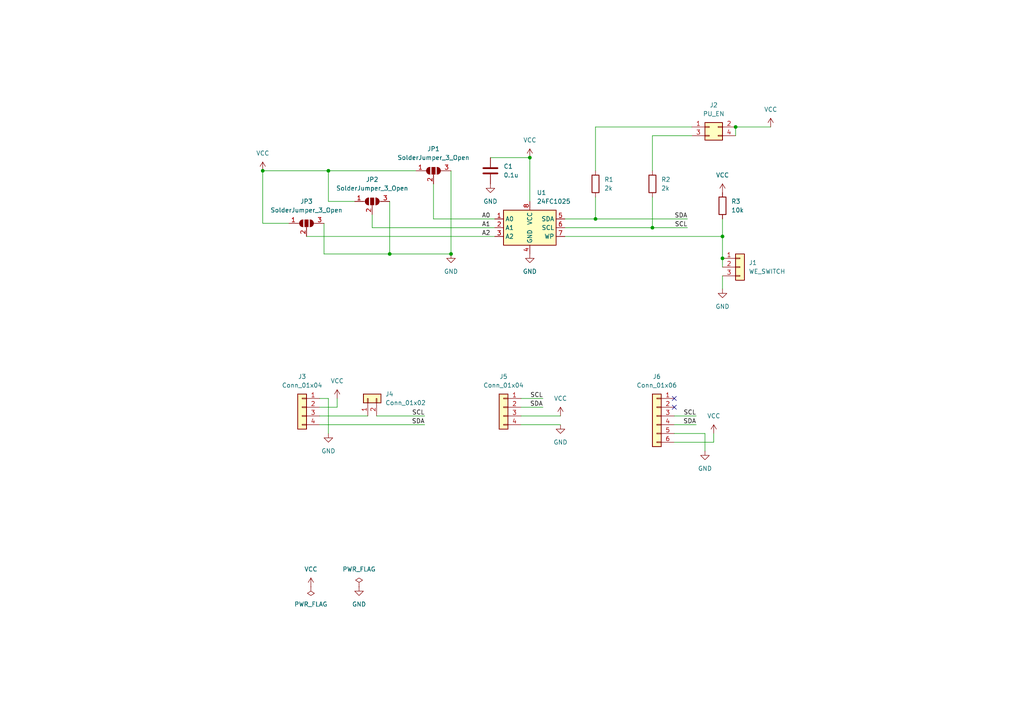
<source format=kicad_sch>
(kicad_sch (version 20211123) (generator eeschema)

  (uuid e63e39d7-6ac0-4ffd-8aa3-1841a4541b55)

  (paper "A4")

  (title_block
    (title "Multi Port Storage Board")
    (rev "v1.0")
  )

  (lib_symbols
    (symbol "Connector_Generic:Conn_01x02" (pin_names (offset 1.016) hide) (in_bom yes) (on_board yes)
      (property "Reference" "J" (id 0) (at 0 2.54 0)
        (effects (font (size 1.27 1.27)))
      )
      (property "Value" "Conn_01x02" (id 1) (at 0 -5.08 0)
        (effects (font (size 1.27 1.27)))
      )
      (property "Footprint" "" (id 2) (at 0 0 0)
        (effects (font (size 1.27 1.27)) hide)
      )
      (property "Datasheet" "~" (id 3) (at 0 0 0)
        (effects (font (size 1.27 1.27)) hide)
      )
      (property "ki_keywords" "connector" (id 4) (at 0 0 0)
        (effects (font (size 1.27 1.27)) hide)
      )
      (property "ki_description" "Generic connector, single row, 01x02, script generated (kicad-library-utils/schlib/autogen/connector/)" (id 5) (at 0 0 0)
        (effects (font (size 1.27 1.27)) hide)
      )
      (property "ki_fp_filters" "Connector*:*_1x??_*" (id 6) (at 0 0 0)
        (effects (font (size 1.27 1.27)) hide)
      )
      (symbol "Conn_01x02_1_1"
        (rectangle (start -1.27 -2.413) (end 0 -2.667)
          (stroke (width 0.1524) (type default) (color 0 0 0 0))
          (fill (type none))
        )
        (rectangle (start -1.27 0.127) (end 0 -0.127)
          (stroke (width 0.1524) (type default) (color 0 0 0 0))
          (fill (type none))
        )
        (rectangle (start -1.27 1.27) (end 1.27 -3.81)
          (stroke (width 0.254) (type default) (color 0 0 0 0))
          (fill (type background))
        )
        (pin passive line (at -5.08 0 0) (length 3.81)
          (name "Pin_1" (effects (font (size 1.27 1.27))))
          (number "1" (effects (font (size 1.27 1.27))))
        )
        (pin passive line (at -5.08 -2.54 0) (length 3.81)
          (name "Pin_2" (effects (font (size 1.27 1.27))))
          (number "2" (effects (font (size 1.27 1.27))))
        )
      )
    )
    (symbol "Connector_Generic:Conn_01x03" (pin_names (offset 1.016) hide) (in_bom yes) (on_board yes)
      (property "Reference" "J" (id 0) (at 0 5.08 0)
        (effects (font (size 1.27 1.27)))
      )
      (property "Value" "Conn_01x03" (id 1) (at 0 -5.08 0)
        (effects (font (size 1.27 1.27)))
      )
      (property "Footprint" "" (id 2) (at 0 0 0)
        (effects (font (size 1.27 1.27)) hide)
      )
      (property "Datasheet" "~" (id 3) (at 0 0 0)
        (effects (font (size 1.27 1.27)) hide)
      )
      (property "ki_keywords" "connector" (id 4) (at 0 0 0)
        (effects (font (size 1.27 1.27)) hide)
      )
      (property "ki_description" "Generic connector, single row, 01x03, script generated (kicad-library-utils/schlib/autogen/connector/)" (id 5) (at 0 0 0)
        (effects (font (size 1.27 1.27)) hide)
      )
      (property "ki_fp_filters" "Connector*:*_1x??_*" (id 6) (at 0 0 0)
        (effects (font (size 1.27 1.27)) hide)
      )
      (symbol "Conn_01x03_1_1"
        (rectangle (start -1.27 -2.413) (end 0 -2.667)
          (stroke (width 0.1524) (type default) (color 0 0 0 0))
          (fill (type none))
        )
        (rectangle (start -1.27 0.127) (end 0 -0.127)
          (stroke (width 0.1524) (type default) (color 0 0 0 0))
          (fill (type none))
        )
        (rectangle (start -1.27 2.667) (end 0 2.413)
          (stroke (width 0.1524) (type default) (color 0 0 0 0))
          (fill (type none))
        )
        (rectangle (start -1.27 3.81) (end 1.27 -3.81)
          (stroke (width 0.254) (type default) (color 0 0 0 0))
          (fill (type background))
        )
        (pin passive line (at -5.08 2.54 0) (length 3.81)
          (name "Pin_1" (effects (font (size 1.27 1.27))))
          (number "1" (effects (font (size 1.27 1.27))))
        )
        (pin passive line (at -5.08 0 0) (length 3.81)
          (name "Pin_2" (effects (font (size 1.27 1.27))))
          (number "2" (effects (font (size 1.27 1.27))))
        )
        (pin passive line (at -5.08 -2.54 0) (length 3.81)
          (name "Pin_3" (effects (font (size 1.27 1.27))))
          (number "3" (effects (font (size 1.27 1.27))))
        )
      )
    )
    (symbol "Connector_Generic:Conn_01x04" (pin_names (offset 1.016) hide) (in_bom yes) (on_board yes)
      (property "Reference" "J" (id 0) (at 0 5.08 0)
        (effects (font (size 1.27 1.27)))
      )
      (property "Value" "Conn_01x04" (id 1) (at 0 -7.62 0)
        (effects (font (size 1.27 1.27)))
      )
      (property "Footprint" "" (id 2) (at 0 0 0)
        (effects (font (size 1.27 1.27)) hide)
      )
      (property "Datasheet" "~" (id 3) (at 0 0 0)
        (effects (font (size 1.27 1.27)) hide)
      )
      (property "ki_keywords" "connector" (id 4) (at 0 0 0)
        (effects (font (size 1.27 1.27)) hide)
      )
      (property "ki_description" "Generic connector, single row, 01x04, script generated (kicad-library-utils/schlib/autogen/connector/)" (id 5) (at 0 0 0)
        (effects (font (size 1.27 1.27)) hide)
      )
      (property "ki_fp_filters" "Connector*:*_1x??_*" (id 6) (at 0 0 0)
        (effects (font (size 1.27 1.27)) hide)
      )
      (symbol "Conn_01x04_1_1"
        (rectangle (start -1.27 -4.953) (end 0 -5.207)
          (stroke (width 0.1524) (type default) (color 0 0 0 0))
          (fill (type none))
        )
        (rectangle (start -1.27 -2.413) (end 0 -2.667)
          (stroke (width 0.1524) (type default) (color 0 0 0 0))
          (fill (type none))
        )
        (rectangle (start -1.27 0.127) (end 0 -0.127)
          (stroke (width 0.1524) (type default) (color 0 0 0 0))
          (fill (type none))
        )
        (rectangle (start -1.27 2.667) (end 0 2.413)
          (stroke (width 0.1524) (type default) (color 0 0 0 0))
          (fill (type none))
        )
        (rectangle (start -1.27 3.81) (end 1.27 -6.35)
          (stroke (width 0.254) (type default) (color 0 0 0 0))
          (fill (type background))
        )
        (pin passive line (at -5.08 2.54 0) (length 3.81)
          (name "Pin_1" (effects (font (size 1.27 1.27))))
          (number "1" (effects (font (size 1.27 1.27))))
        )
        (pin passive line (at -5.08 0 0) (length 3.81)
          (name "Pin_2" (effects (font (size 1.27 1.27))))
          (number "2" (effects (font (size 1.27 1.27))))
        )
        (pin passive line (at -5.08 -2.54 0) (length 3.81)
          (name "Pin_3" (effects (font (size 1.27 1.27))))
          (number "3" (effects (font (size 1.27 1.27))))
        )
        (pin passive line (at -5.08 -5.08 0) (length 3.81)
          (name "Pin_4" (effects (font (size 1.27 1.27))))
          (number "4" (effects (font (size 1.27 1.27))))
        )
      )
    )
    (symbol "Connector_Generic:Conn_01x06" (pin_names (offset 1.016) hide) (in_bom yes) (on_board yes)
      (property "Reference" "J" (id 0) (at 0 7.62 0)
        (effects (font (size 1.27 1.27)))
      )
      (property "Value" "Conn_01x06" (id 1) (at 0 -10.16 0)
        (effects (font (size 1.27 1.27)))
      )
      (property "Footprint" "" (id 2) (at 0 0 0)
        (effects (font (size 1.27 1.27)) hide)
      )
      (property "Datasheet" "~" (id 3) (at 0 0 0)
        (effects (font (size 1.27 1.27)) hide)
      )
      (property "ki_keywords" "connector" (id 4) (at 0 0 0)
        (effects (font (size 1.27 1.27)) hide)
      )
      (property "ki_description" "Generic connector, single row, 01x06, script generated (kicad-library-utils/schlib/autogen/connector/)" (id 5) (at 0 0 0)
        (effects (font (size 1.27 1.27)) hide)
      )
      (property "ki_fp_filters" "Connector*:*_1x??_*" (id 6) (at 0 0 0)
        (effects (font (size 1.27 1.27)) hide)
      )
      (symbol "Conn_01x06_1_1"
        (rectangle (start -1.27 -7.493) (end 0 -7.747)
          (stroke (width 0.1524) (type default) (color 0 0 0 0))
          (fill (type none))
        )
        (rectangle (start -1.27 -4.953) (end 0 -5.207)
          (stroke (width 0.1524) (type default) (color 0 0 0 0))
          (fill (type none))
        )
        (rectangle (start -1.27 -2.413) (end 0 -2.667)
          (stroke (width 0.1524) (type default) (color 0 0 0 0))
          (fill (type none))
        )
        (rectangle (start -1.27 0.127) (end 0 -0.127)
          (stroke (width 0.1524) (type default) (color 0 0 0 0))
          (fill (type none))
        )
        (rectangle (start -1.27 2.667) (end 0 2.413)
          (stroke (width 0.1524) (type default) (color 0 0 0 0))
          (fill (type none))
        )
        (rectangle (start -1.27 5.207) (end 0 4.953)
          (stroke (width 0.1524) (type default) (color 0 0 0 0))
          (fill (type none))
        )
        (rectangle (start -1.27 6.35) (end 1.27 -8.89)
          (stroke (width 0.254) (type default) (color 0 0 0 0))
          (fill (type background))
        )
        (pin passive line (at -5.08 5.08 0) (length 3.81)
          (name "Pin_1" (effects (font (size 1.27 1.27))))
          (number "1" (effects (font (size 1.27 1.27))))
        )
        (pin passive line (at -5.08 2.54 0) (length 3.81)
          (name "Pin_2" (effects (font (size 1.27 1.27))))
          (number "2" (effects (font (size 1.27 1.27))))
        )
        (pin passive line (at -5.08 0 0) (length 3.81)
          (name "Pin_3" (effects (font (size 1.27 1.27))))
          (number "3" (effects (font (size 1.27 1.27))))
        )
        (pin passive line (at -5.08 -2.54 0) (length 3.81)
          (name "Pin_4" (effects (font (size 1.27 1.27))))
          (number "4" (effects (font (size 1.27 1.27))))
        )
        (pin passive line (at -5.08 -5.08 0) (length 3.81)
          (name "Pin_5" (effects (font (size 1.27 1.27))))
          (number "5" (effects (font (size 1.27 1.27))))
        )
        (pin passive line (at -5.08 -7.62 0) (length 3.81)
          (name "Pin_6" (effects (font (size 1.27 1.27))))
          (number "6" (effects (font (size 1.27 1.27))))
        )
      )
    )
    (symbol "Connector_Generic:Conn_02x02_Odd_Even" (pin_names (offset 1.016) hide) (in_bom yes) (on_board yes)
      (property "Reference" "J" (id 0) (at 1.27 2.54 0)
        (effects (font (size 1.27 1.27)))
      )
      (property "Value" "Conn_02x02_Odd_Even" (id 1) (at 1.27 -5.08 0)
        (effects (font (size 1.27 1.27)))
      )
      (property "Footprint" "" (id 2) (at 0 0 0)
        (effects (font (size 1.27 1.27)) hide)
      )
      (property "Datasheet" "~" (id 3) (at 0 0 0)
        (effects (font (size 1.27 1.27)) hide)
      )
      (property "ki_keywords" "connector" (id 4) (at 0 0 0)
        (effects (font (size 1.27 1.27)) hide)
      )
      (property "ki_description" "Generic connector, double row, 02x02, odd/even pin numbering scheme (row 1 odd numbers, row 2 even numbers), script generated (kicad-library-utils/schlib/autogen/connector/)" (id 5) (at 0 0 0)
        (effects (font (size 1.27 1.27)) hide)
      )
      (property "ki_fp_filters" "Connector*:*_2x??_*" (id 6) (at 0 0 0)
        (effects (font (size 1.27 1.27)) hide)
      )
      (symbol "Conn_02x02_Odd_Even_1_1"
        (rectangle (start -1.27 -2.413) (end 0 -2.667)
          (stroke (width 0.1524) (type default) (color 0 0 0 0))
          (fill (type none))
        )
        (rectangle (start -1.27 0.127) (end 0 -0.127)
          (stroke (width 0.1524) (type default) (color 0 0 0 0))
          (fill (type none))
        )
        (rectangle (start -1.27 1.27) (end 3.81 -3.81)
          (stroke (width 0.254) (type default) (color 0 0 0 0))
          (fill (type background))
        )
        (rectangle (start 3.81 -2.413) (end 2.54 -2.667)
          (stroke (width 0.1524) (type default) (color 0 0 0 0))
          (fill (type none))
        )
        (rectangle (start 3.81 0.127) (end 2.54 -0.127)
          (stroke (width 0.1524) (type default) (color 0 0 0 0))
          (fill (type none))
        )
        (pin passive line (at -5.08 0 0) (length 3.81)
          (name "Pin_1" (effects (font (size 1.27 1.27))))
          (number "1" (effects (font (size 1.27 1.27))))
        )
        (pin passive line (at 7.62 0 180) (length 3.81)
          (name "Pin_2" (effects (font (size 1.27 1.27))))
          (number "2" (effects (font (size 1.27 1.27))))
        )
        (pin passive line (at -5.08 -2.54 0) (length 3.81)
          (name "Pin_3" (effects (font (size 1.27 1.27))))
          (number "3" (effects (font (size 1.27 1.27))))
        )
        (pin passive line (at 7.62 -2.54 180) (length 3.81)
          (name "Pin_4" (effects (font (size 1.27 1.27))))
          (number "4" (effects (font (size 1.27 1.27))))
        )
      )
    )
    (symbol "Device:C" (pin_numbers hide) (pin_names (offset 0.254)) (in_bom yes) (on_board yes)
      (property "Reference" "C" (id 0) (at 0.635 2.54 0)
        (effects (font (size 1.27 1.27)) (justify left))
      )
      (property "Value" "C" (id 1) (at 0.635 -2.54 0)
        (effects (font (size 1.27 1.27)) (justify left))
      )
      (property "Footprint" "" (id 2) (at 0.9652 -3.81 0)
        (effects (font (size 1.27 1.27)) hide)
      )
      (property "Datasheet" "~" (id 3) (at 0 0 0)
        (effects (font (size 1.27 1.27)) hide)
      )
      (property "ki_keywords" "cap capacitor" (id 4) (at 0 0 0)
        (effects (font (size 1.27 1.27)) hide)
      )
      (property "ki_description" "Unpolarized capacitor" (id 5) (at 0 0 0)
        (effects (font (size 1.27 1.27)) hide)
      )
      (property "ki_fp_filters" "C_*" (id 6) (at 0 0 0)
        (effects (font (size 1.27 1.27)) hide)
      )
      (symbol "C_0_1"
        (polyline
          (pts
            (xy -2.032 -0.762)
            (xy 2.032 -0.762)
          )
          (stroke (width 0.508) (type default) (color 0 0 0 0))
          (fill (type none))
        )
        (polyline
          (pts
            (xy -2.032 0.762)
            (xy 2.032 0.762)
          )
          (stroke (width 0.508) (type default) (color 0 0 0 0))
          (fill (type none))
        )
      )
      (symbol "C_1_1"
        (pin passive line (at 0 3.81 270) (length 2.794)
          (name "~" (effects (font (size 1.27 1.27))))
          (number "1" (effects (font (size 1.27 1.27))))
        )
        (pin passive line (at 0 -3.81 90) (length 2.794)
          (name "~" (effects (font (size 1.27 1.27))))
          (number "2" (effects (font (size 1.27 1.27))))
        )
      )
    )
    (symbol "Device:R" (pin_numbers hide) (pin_names (offset 0)) (in_bom yes) (on_board yes)
      (property "Reference" "R" (id 0) (at 2.032 0 90)
        (effects (font (size 1.27 1.27)))
      )
      (property "Value" "R" (id 1) (at 0 0 90)
        (effects (font (size 1.27 1.27)))
      )
      (property "Footprint" "" (id 2) (at -1.778 0 90)
        (effects (font (size 1.27 1.27)) hide)
      )
      (property "Datasheet" "~" (id 3) (at 0 0 0)
        (effects (font (size 1.27 1.27)) hide)
      )
      (property "ki_keywords" "R res resistor" (id 4) (at 0 0 0)
        (effects (font (size 1.27 1.27)) hide)
      )
      (property "ki_description" "Resistor" (id 5) (at 0 0 0)
        (effects (font (size 1.27 1.27)) hide)
      )
      (property "ki_fp_filters" "R_*" (id 6) (at 0 0 0)
        (effects (font (size 1.27 1.27)) hide)
      )
      (symbol "R_0_1"
        (rectangle (start -1.016 -2.54) (end 1.016 2.54)
          (stroke (width 0.254) (type default) (color 0 0 0 0))
          (fill (type none))
        )
      )
      (symbol "R_1_1"
        (pin passive line (at 0 3.81 270) (length 1.27)
          (name "~" (effects (font (size 1.27 1.27))))
          (number "1" (effects (font (size 1.27 1.27))))
        )
        (pin passive line (at 0 -3.81 90) (length 1.27)
          (name "~" (effects (font (size 1.27 1.27))))
          (number "2" (effects (font (size 1.27 1.27))))
        )
      )
    )
    (symbol "Jumper:SolderJumper_3_Open" (pin_names (offset 0) hide) (in_bom yes) (on_board yes)
      (property "Reference" "JP" (id 0) (at -2.54 -2.54 0)
        (effects (font (size 1.27 1.27)))
      )
      (property "Value" "SolderJumper_3_Open" (id 1) (at 0 2.794 0)
        (effects (font (size 1.27 1.27)))
      )
      (property "Footprint" "" (id 2) (at 0 0 0)
        (effects (font (size 1.27 1.27)) hide)
      )
      (property "Datasheet" "~" (id 3) (at 0 0 0)
        (effects (font (size 1.27 1.27)) hide)
      )
      (property "ki_keywords" "Solder Jumper SPDT" (id 4) (at 0 0 0)
        (effects (font (size 1.27 1.27)) hide)
      )
      (property "ki_description" "Solder Jumper, 3-pole, open" (id 5) (at 0 0 0)
        (effects (font (size 1.27 1.27)) hide)
      )
      (property "ki_fp_filters" "SolderJumper*Open*" (id 6) (at 0 0 0)
        (effects (font (size 1.27 1.27)) hide)
      )
      (symbol "SolderJumper_3_Open_0_1"
        (arc (start -1.016 1.016) (mid -2.032 0) (end -1.016 -1.016)
          (stroke (width 0) (type default) (color 0 0 0 0))
          (fill (type none))
        )
        (arc (start -1.016 1.016) (mid -2.032 0) (end -1.016 -1.016)
          (stroke (width 0) (type default) (color 0 0 0 0))
          (fill (type outline))
        )
        (rectangle (start -0.508 1.016) (end 0.508 -1.016)
          (stroke (width 0) (type default) (color 0 0 0 0))
          (fill (type outline))
        )
        (polyline
          (pts
            (xy -2.54 0)
            (xy -2.032 0)
          )
          (stroke (width 0) (type default) (color 0 0 0 0))
          (fill (type none))
        )
        (polyline
          (pts
            (xy -1.016 1.016)
            (xy -1.016 -1.016)
          )
          (stroke (width 0) (type default) (color 0 0 0 0))
          (fill (type none))
        )
        (polyline
          (pts
            (xy 0 -1.27)
            (xy 0 -1.016)
          )
          (stroke (width 0) (type default) (color 0 0 0 0))
          (fill (type none))
        )
        (polyline
          (pts
            (xy 1.016 1.016)
            (xy 1.016 -1.016)
          )
          (stroke (width 0) (type default) (color 0 0 0 0))
          (fill (type none))
        )
        (polyline
          (pts
            (xy 2.54 0)
            (xy 2.032 0)
          )
          (stroke (width 0) (type default) (color 0 0 0 0))
          (fill (type none))
        )
        (arc (start 1.016 -1.016) (mid 2.032 0) (end 1.016 1.016)
          (stroke (width 0) (type default) (color 0 0 0 0))
          (fill (type none))
        )
        (arc (start 1.016 -1.016) (mid 2.032 0) (end 1.016 1.016)
          (stroke (width 0) (type default) (color 0 0 0 0))
          (fill (type outline))
        )
      )
      (symbol "SolderJumper_3_Open_1_1"
        (pin passive line (at -5.08 0 0) (length 2.54)
          (name "A" (effects (font (size 1.27 1.27))))
          (number "1" (effects (font (size 1.27 1.27))))
        )
        (pin input line (at 0 -3.81 90) (length 2.54)
          (name "C" (effects (font (size 1.27 1.27))))
          (number "2" (effects (font (size 1.27 1.27))))
        )
        (pin passive line (at 5.08 0 180) (length 2.54)
          (name "B" (effects (font (size 1.27 1.27))))
          (number "3" (effects (font (size 1.27 1.27))))
        )
      )
    )
    (symbol "Memory_EEPROM:24LC1025" (in_bom yes) (on_board yes)
      (property "Reference" "U" (id 0) (at -6.35 6.35 0)
        (effects (font (size 1.27 1.27)))
      )
      (property "Value" "24LC1025" (id 1) (at 1.27 6.35 0)
        (effects (font (size 1.27 1.27)) (justify left))
      )
      (property "Footprint" "" (id 2) (at 0 0 0)
        (effects (font (size 1.27 1.27)) hide)
      )
      (property "Datasheet" "http://ww1.microchip.com/downloads/en/DeviceDoc/21941B.pdf" (id 3) (at 0 0 0)
        (effects (font (size 1.27 1.27)) hide)
      )
      (property "ki_keywords" "I2C Serial EEPROM" (id 4) (at 0 0 0)
        (effects (font (size 1.27 1.27)) hide)
      )
      (property "ki_description" "I2C Serial EEPROM, 1024Kb, DIP-8/SOIC-8/TSSOP-8/DFN-8" (id 5) (at 0 0 0)
        (effects (font (size 1.27 1.27)) hide)
      )
      (property "ki_fp_filters" "DIP*W7.62mm* SOIC*3.9x4.9mm* TSSOP*4.4x3mm*P0.65mm* DFN*3x2mm*P0.5mm*" (id 6) (at 0 0 0)
        (effects (font (size 1.27 1.27)) hide)
      )
      (symbol "24LC1025_1_1"
        (rectangle (start -7.62 5.08) (end 7.62 -5.08)
          (stroke (width 0.254) (type default) (color 0 0 0 0))
          (fill (type background))
        )
        (pin input line (at -10.16 2.54 0) (length 2.54)
          (name "A0" (effects (font (size 1.27 1.27))))
          (number "1" (effects (font (size 1.27 1.27))))
        )
        (pin input line (at -10.16 0 0) (length 2.54)
          (name "A1" (effects (font (size 1.27 1.27))))
          (number "2" (effects (font (size 1.27 1.27))))
        )
        (pin input line (at -10.16 -2.54 0) (length 2.54)
          (name "A2" (effects (font (size 1.27 1.27))))
          (number "3" (effects (font (size 1.27 1.27))))
        )
        (pin power_in line (at 0 -7.62 90) (length 2.54)
          (name "GND" (effects (font (size 1.27 1.27))))
          (number "4" (effects (font (size 1.27 1.27))))
        )
        (pin bidirectional line (at 10.16 2.54 180) (length 2.54)
          (name "SDA" (effects (font (size 1.27 1.27))))
          (number "5" (effects (font (size 1.27 1.27))))
        )
        (pin input line (at 10.16 0 180) (length 2.54)
          (name "SCL" (effects (font (size 1.27 1.27))))
          (number "6" (effects (font (size 1.27 1.27))))
        )
        (pin input line (at 10.16 -2.54 180) (length 2.54)
          (name "WP" (effects (font (size 1.27 1.27))))
          (number "7" (effects (font (size 1.27 1.27))))
        )
        (pin power_in line (at 0 7.62 270) (length 2.54)
          (name "VCC" (effects (font (size 1.27 1.27))))
          (number "8" (effects (font (size 1.27 1.27))))
        )
      )
    )
    (symbol "power:GND" (power) (pin_names (offset 0)) (in_bom yes) (on_board yes)
      (property "Reference" "#PWR" (id 0) (at 0 -6.35 0)
        (effects (font (size 1.27 1.27)) hide)
      )
      (property "Value" "GND" (id 1) (at 0 -3.81 0)
        (effects (font (size 1.27 1.27)))
      )
      (property "Footprint" "" (id 2) (at 0 0 0)
        (effects (font (size 1.27 1.27)) hide)
      )
      (property "Datasheet" "" (id 3) (at 0 0 0)
        (effects (font (size 1.27 1.27)) hide)
      )
      (property "ki_keywords" "power-flag" (id 4) (at 0 0 0)
        (effects (font (size 1.27 1.27)) hide)
      )
      (property "ki_description" "Power symbol creates a global label with name \"GND\" , ground" (id 5) (at 0 0 0)
        (effects (font (size 1.27 1.27)) hide)
      )
      (symbol "GND_0_1"
        (polyline
          (pts
            (xy 0 0)
            (xy 0 -1.27)
            (xy 1.27 -1.27)
            (xy 0 -2.54)
            (xy -1.27 -1.27)
            (xy 0 -1.27)
          )
          (stroke (width 0) (type default) (color 0 0 0 0))
          (fill (type none))
        )
      )
      (symbol "GND_1_1"
        (pin power_in line (at 0 0 270) (length 0) hide
          (name "GND" (effects (font (size 1.27 1.27))))
          (number "1" (effects (font (size 1.27 1.27))))
        )
      )
    )
    (symbol "power:PWR_FLAG" (power) (pin_numbers hide) (pin_names (offset 0) hide) (in_bom yes) (on_board yes)
      (property "Reference" "#FLG" (id 0) (at 0 1.905 0)
        (effects (font (size 1.27 1.27)) hide)
      )
      (property "Value" "PWR_FLAG" (id 1) (at 0 3.81 0)
        (effects (font (size 1.27 1.27)))
      )
      (property "Footprint" "" (id 2) (at 0 0 0)
        (effects (font (size 1.27 1.27)) hide)
      )
      (property "Datasheet" "~" (id 3) (at 0 0 0)
        (effects (font (size 1.27 1.27)) hide)
      )
      (property "ki_keywords" "power-flag" (id 4) (at 0 0 0)
        (effects (font (size 1.27 1.27)) hide)
      )
      (property "ki_description" "Special symbol for telling ERC where power comes from" (id 5) (at 0 0 0)
        (effects (font (size 1.27 1.27)) hide)
      )
      (symbol "PWR_FLAG_0_0"
        (pin power_out line (at 0 0 90) (length 0)
          (name "pwr" (effects (font (size 1.27 1.27))))
          (number "1" (effects (font (size 1.27 1.27))))
        )
      )
      (symbol "PWR_FLAG_0_1"
        (polyline
          (pts
            (xy 0 0)
            (xy 0 1.27)
            (xy -1.016 1.905)
            (xy 0 2.54)
            (xy 1.016 1.905)
            (xy 0 1.27)
          )
          (stroke (width 0) (type default) (color 0 0 0 0))
          (fill (type none))
        )
      )
    )
    (symbol "power:VCC" (power) (pin_names (offset 0)) (in_bom yes) (on_board yes)
      (property "Reference" "#PWR" (id 0) (at 0 -3.81 0)
        (effects (font (size 1.27 1.27)) hide)
      )
      (property "Value" "VCC" (id 1) (at 0 3.81 0)
        (effects (font (size 1.27 1.27)))
      )
      (property "Footprint" "" (id 2) (at 0 0 0)
        (effects (font (size 1.27 1.27)) hide)
      )
      (property "Datasheet" "" (id 3) (at 0 0 0)
        (effects (font (size 1.27 1.27)) hide)
      )
      (property "ki_keywords" "power-flag" (id 4) (at 0 0 0)
        (effects (font (size 1.27 1.27)) hide)
      )
      (property "ki_description" "Power symbol creates a global label with name \"VCC\"" (id 5) (at 0 0 0)
        (effects (font (size 1.27 1.27)) hide)
      )
      (symbol "VCC_0_1"
        (polyline
          (pts
            (xy -0.762 1.27)
            (xy 0 2.54)
          )
          (stroke (width 0) (type default) (color 0 0 0 0))
          (fill (type none))
        )
        (polyline
          (pts
            (xy 0 0)
            (xy 0 2.54)
          )
          (stroke (width 0) (type default) (color 0 0 0 0))
          (fill (type none))
        )
        (polyline
          (pts
            (xy 0 2.54)
            (xy 0.762 1.27)
          )
          (stroke (width 0) (type default) (color 0 0 0 0))
          (fill (type none))
        )
      )
      (symbol "VCC_1_1"
        (pin power_in line (at 0 0 90) (length 0) hide
          (name "VCC" (effects (font (size 1.27 1.27))))
          (number "1" (effects (font (size 1.27 1.27))))
        )
      )
    )
  )

  (junction (at 113.03 73.66) (diameter 0) (color 0 0 0 0)
    (uuid 1591bfdd-2016-4120-8e95-bd6cec5d242d)
  )
  (junction (at 95.25 49.53) (diameter 0) (color 0 0 0 0)
    (uuid 177dc55b-598d-4edd-ab37-c13aba83edb1)
  )
  (junction (at 172.72 63.5) (diameter 0) (color 0 0 0 0)
    (uuid 1bc79704-0478-4fa8-b61d-e94edf528a4a)
  )
  (junction (at 76.2 49.53) (diameter 0) (color 0 0 0 0)
    (uuid 207fdd02-b3ad-4ea6-b089-158657107766)
  )
  (junction (at 209.55 74.93) (diameter 0) (color 0 0 0 0)
    (uuid 2bd8ec9c-0097-430e-a5f3-2b204e671762)
  )
  (junction (at 130.81 73.66) (diameter 0) (color 0 0 0 0)
    (uuid 58aa2d3c-9f87-445b-8b99-8ae14894c0ec)
  )
  (junction (at 189.23 66.04) (diameter 0) (color 0 0 0 0)
    (uuid 7338b5f3-afa6-48d6-9507-af0045d6880e)
  )
  (junction (at 209.55 68.58) (diameter 0) (color 0 0 0 0)
    (uuid 771a8642-b908-43bd-a937-6beb7fbc9706)
  )
  (junction (at 213.36 36.83) (diameter 0) (color 0 0 0 0)
    (uuid ccdd1ad9-f8ed-4e12-9d9d-2178336d37c4)
  )
  (junction (at 153.67 45.72) (diameter 0) (color 0 0 0 0)
    (uuid d93acfba-be14-4cdf-a76e-e33e3f3e3c4f)
  )

  (no_connect (at 195.58 118.11) (uuid d925907b-77d0-4864-acb8-fc442a68202c))
  (no_connect (at 195.58 115.57) (uuid d925907b-77d0-4864-acb8-fc442a68202c))

  (wire (pts (xy 207.01 125.73) (xy 207.01 128.27))
    (stroke (width 0) (type default) (color 0 0 0 0))
    (uuid 005bcb3e-f553-468d-a71d-f9b46989ab7c)
  )
  (wire (pts (xy 195.58 125.73) (xy 204.47 125.73))
    (stroke (width 0) (type default) (color 0 0 0 0))
    (uuid 02f91d64-0e39-43a4-80fe-a53b7eb138ee)
  )
  (wire (pts (xy 209.55 68.58) (xy 163.83 68.58))
    (stroke (width 0) (type default) (color 0 0 0 0))
    (uuid 034d0fe2-5922-4e62-b028-589f9f69e78f)
  )
  (wire (pts (xy 223.52 36.83) (xy 213.36 36.83))
    (stroke (width 0) (type default) (color 0 0 0 0))
    (uuid 0f28c3c6-4d7a-4746-b391-b01bad2132b5)
  )
  (wire (pts (xy 109.22 120.65) (xy 123.19 120.65))
    (stroke (width 0) (type default) (color 0 0 0 0))
    (uuid 10954726-8e63-4ffc-98e7-c1b1fc9a0ef1)
  )
  (wire (pts (xy 153.67 45.72) (xy 153.67 58.42))
    (stroke (width 0) (type default) (color 0 0 0 0))
    (uuid 18221db0-154d-4148-815d-7a4627b7a8f5)
  )
  (wire (pts (xy 195.58 120.65) (xy 201.93 120.65))
    (stroke (width 0) (type default) (color 0 0 0 0))
    (uuid 1c93928b-512c-4f62-b9ab-6c1cc22820bb)
  )
  (wire (pts (xy 102.87 58.42) (xy 95.25 58.42))
    (stroke (width 0) (type default) (color 0 0 0 0))
    (uuid 25169ab9-d689-4755-9f99-ebfcfb963cd3)
  )
  (wire (pts (xy 209.55 80.01) (xy 209.55 83.82))
    (stroke (width 0) (type default) (color 0 0 0 0))
    (uuid 26b8e070-0eb3-4812-bb69-3b27577eb85c)
  )
  (wire (pts (xy 195.58 123.19) (xy 201.93 123.19))
    (stroke (width 0) (type default) (color 0 0 0 0))
    (uuid 358499cb-8ed7-40f7-8c62-bb863dd8418d)
  )
  (wire (pts (xy 189.23 66.04) (xy 199.39 66.04))
    (stroke (width 0) (type default) (color 0 0 0 0))
    (uuid 38a1879f-f427-4ce0-84ac-11fc759a122a)
  )
  (wire (pts (xy 107.95 62.23) (xy 107.95 66.04))
    (stroke (width 0) (type default) (color 0 0 0 0))
    (uuid 38f1897b-5810-46dc-8d08-ff408dbb3b50)
  )
  (wire (pts (xy 92.71 115.57) (xy 95.25 115.57))
    (stroke (width 0) (type default) (color 0 0 0 0))
    (uuid 3b3e791f-be91-4170-b58a-42b6410a2e1a)
  )
  (wire (pts (xy 189.23 39.37) (xy 200.66 39.37))
    (stroke (width 0) (type default) (color 0 0 0 0))
    (uuid 3f1bf5e1-e76a-4632-957a-0bf5ee75aba3)
  )
  (wire (pts (xy 163.83 66.04) (xy 189.23 66.04))
    (stroke (width 0) (type default) (color 0 0 0 0))
    (uuid 47f8675f-d145-40b0-89d5-9f05616e2b8b)
  )
  (wire (pts (xy 107.95 66.04) (xy 143.51 66.04))
    (stroke (width 0) (type default) (color 0 0 0 0))
    (uuid 4a3006ee-6e47-4d80-9167-39c57c7a6d2c)
  )
  (wire (pts (xy 172.72 49.53) (xy 172.72 36.83))
    (stroke (width 0) (type default) (color 0 0 0 0))
    (uuid 4baf6996-08dd-4df5-b80b-eddc5b3699c6)
  )
  (wire (pts (xy 93.98 64.77) (xy 93.98 73.66))
    (stroke (width 0) (type default) (color 0 0 0 0))
    (uuid 4f11d2ae-7a01-448d-a4fd-0c72cf8cd420)
  )
  (wire (pts (xy 209.55 63.5) (xy 209.55 68.58))
    (stroke (width 0) (type default) (color 0 0 0 0))
    (uuid 519fd042-5b70-4a9e-8091-a82aab45ed01)
  )
  (wire (pts (xy 172.72 57.15) (xy 172.72 63.5))
    (stroke (width 0) (type default) (color 0 0 0 0))
    (uuid 529e0488-52c7-43eb-8e29-d0c58c8366b1)
  )
  (wire (pts (xy 92.71 120.65) (xy 106.68 120.65))
    (stroke (width 0) (type default) (color 0 0 0 0))
    (uuid 53cebfc9-8c70-4303-a3a8-c1b9e598dc58)
  )
  (wire (pts (xy 151.13 118.11) (xy 157.48 118.11))
    (stroke (width 0) (type default) (color 0 0 0 0))
    (uuid 56033353-c3c0-4cc3-a694-c62aef9d7ac5)
  )
  (wire (pts (xy 95.25 49.53) (xy 120.65 49.53))
    (stroke (width 0) (type default) (color 0 0 0 0))
    (uuid 5ef529eb-5411-43cc-aae0-febfa34377da)
  )
  (wire (pts (xy 76.2 64.77) (xy 83.82 64.77))
    (stroke (width 0) (type default) (color 0 0 0 0))
    (uuid 61f244ef-2dd2-49a6-bad4-efe4ea44dc3d)
  )
  (wire (pts (xy 95.25 115.57) (xy 95.25 125.73))
    (stroke (width 0) (type default) (color 0 0 0 0))
    (uuid 69c76418-9de6-47a2-ab59-282cfa0eb9f2)
  )
  (wire (pts (xy 92.71 123.19) (xy 123.19 123.19))
    (stroke (width 0) (type default) (color 0 0 0 0))
    (uuid 7448185d-14c9-4b5d-94f8-805bd81682bd)
  )
  (wire (pts (xy 97.79 115.57) (xy 97.79 118.11))
    (stroke (width 0) (type default) (color 0 0 0 0))
    (uuid 74971b6f-6d13-4ce6-a2af-75fa59517a19)
  )
  (wire (pts (xy 142.24 45.72) (xy 153.67 45.72))
    (stroke (width 0) (type default) (color 0 0 0 0))
    (uuid 79db9f14-e4bb-4d45-8004-9f20fe2a7f5b)
  )
  (wire (pts (xy 93.98 73.66) (xy 113.03 73.66))
    (stroke (width 0) (type default) (color 0 0 0 0))
    (uuid 7d8af5c1-4ed3-4bc8-9d90-3173e8f2f539)
  )
  (wire (pts (xy 143.51 63.5) (xy 125.73 63.5))
    (stroke (width 0) (type default) (color 0 0 0 0))
    (uuid 7ddd6969-3662-4f1a-9c48-574d6cb570df)
  )
  (wire (pts (xy 76.2 49.53) (xy 76.2 64.77))
    (stroke (width 0) (type default) (color 0 0 0 0))
    (uuid 80018f1c-498d-400d-b53d-ac9211f487da)
  )
  (wire (pts (xy 125.73 63.5) (xy 125.73 53.34))
    (stroke (width 0) (type default) (color 0 0 0 0))
    (uuid 861ec82d-ecec-477c-a740-15c1359301e6)
  )
  (wire (pts (xy 97.79 118.11) (xy 92.71 118.11))
    (stroke (width 0) (type default) (color 0 0 0 0))
    (uuid 8695405b-0d8b-4cc7-8454-ee22ad9b76c2)
  )
  (wire (pts (xy 189.23 66.04) (xy 189.23 57.15))
    (stroke (width 0) (type default) (color 0 0 0 0))
    (uuid 8ccdd576-3fe7-46ba-b085-a26fd3b125ad)
  )
  (wire (pts (xy 113.03 58.42) (xy 113.03 73.66))
    (stroke (width 0) (type default) (color 0 0 0 0))
    (uuid 8e462b8e-d37d-4d30-8d44-46cb4f7b3fd5)
  )
  (wire (pts (xy 113.03 73.66) (xy 130.81 73.66))
    (stroke (width 0) (type default) (color 0 0 0 0))
    (uuid 9549893c-84bd-4916-8439-dea2a08d04de)
  )
  (wire (pts (xy 172.72 63.5) (xy 163.83 63.5))
    (stroke (width 0) (type default) (color 0 0 0 0))
    (uuid 9cbb26fc-ba44-4ceb-a5f0-7bde12603f19)
  )
  (wire (pts (xy 209.55 68.58) (xy 209.55 74.93))
    (stroke (width 0) (type default) (color 0 0 0 0))
    (uuid 9fe42aa7-98e7-445f-9565-592fca14b31c)
  )
  (wire (pts (xy 151.13 115.57) (xy 157.48 115.57))
    (stroke (width 0) (type default) (color 0 0 0 0))
    (uuid a225ed9b-56f6-45f9-b11e-a50bc6572e0f)
  )
  (wire (pts (xy 209.55 74.93) (xy 209.55 77.47))
    (stroke (width 0) (type default) (color 0 0 0 0))
    (uuid b7ddb444-3aee-4d2e-bd42-d3168bc690eb)
  )
  (wire (pts (xy 172.72 36.83) (xy 200.66 36.83))
    (stroke (width 0) (type default) (color 0 0 0 0))
    (uuid bb4bed76-d2d4-43d8-90c5-3541ddc8e9ee)
  )
  (wire (pts (xy 204.47 125.73) (xy 204.47 130.81))
    (stroke (width 0) (type default) (color 0 0 0 0))
    (uuid d260de72-34ce-4225-9f59-222911c3cd61)
  )
  (wire (pts (xy 207.01 128.27) (xy 195.58 128.27))
    (stroke (width 0) (type default) (color 0 0 0 0))
    (uuid d695f7f4-d2b1-46f2-bea8-e7377e0de45e)
  )
  (wire (pts (xy 95.25 58.42) (xy 95.25 49.53))
    (stroke (width 0) (type default) (color 0 0 0 0))
    (uuid d778779d-84d0-4c19-9bdc-1c835d9c00ec)
  )
  (wire (pts (xy 213.36 36.83) (xy 213.36 39.37))
    (stroke (width 0) (type default) (color 0 0 0 0))
    (uuid e2890ab2-1e25-4df3-8b3e-7f665e04a5c5)
  )
  (wire (pts (xy 172.72 63.5) (xy 199.39 63.5))
    (stroke (width 0) (type default) (color 0 0 0 0))
    (uuid e3430149-3dcd-4453-9bd9-dcc132a6c426)
  )
  (wire (pts (xy 130.81 49.53) (xy 130.81 73.66))
    (stroke (width 0) (type default) (color 0 0 0 0))
    (uuid e9fd36cc-f870-4837-8e0c-5aae5a1b7c0f)
  )
  (wire (pts (xy 76.2 49.53) (xy 95.25 49.53))
    (stroke (width 0) (type default) (color 0 0 0 0))
    (uuid eb323daf-63de-4f8e-b6b7-79dcb435f40b)
  )
  (wire (pts (xy 88.9 68.58) (xy 143.51 68.58))
    (stroke (width 0) (type default) (color 0 0 0 0))
    (uuid f02cbcc7-7c79-4c46-a462-5c6d2161b046)
  )
  (wire (pts (xy 189.23 49.53) (xy 189.23 39.37))
    (stroke (width 0) (type default) (color 0 0 0 0))
    (uuid f13e718f-dd47-46f8-9d34-74b3f5eb13e7)
  )
  (wire (pts (xy 151.13 120.65) (xy 162.56 120.65))
    (stroke (width 0) (type default) (color 0 0 0 0))
    (uuid fb44509f-521c-4557-9b1f-48bccb6de73f)
  )
  (wire (pts (xy 151.13 123.19) (xy 162.56 123.19))
    (stroke (width 0) (type default) (color 0 0 0 0))
    (uuid fd4a7e16-264e-4ecf-80ce-743ac3bf453e)
  )

  (label "SDA" (at 123.19 123.19 180)
    (effects (font (size 1.27 1.27)) (justify right bottom))
    (uuid 02e047f7-4864-4d52-befd-6c48bac12d24)
  )
  (label "SDA" (at 157.48 118.11 180)
    (effects (font (size 1.27 1.27)) (justify right bottom))
    (uuid 07ce3213-7db4-424a-ae86-12ccb64839ee)
  )
  (label "A0" (at 142.24 63.5 180)
    (effects (font (size 1.27 1.27)) (justify right bottom))
    (uuid 2ab7b86b-8965-400a-85f0-45b5b19f992b)
  )
  (label "SDA" (at 201.93 123.19 180)
    (effects (font (size 1.27 1.27)) (justify right bottom))
    (uuid 57715145-655e-4064-9377-5589c7721a5c)
  )
  (label "A2" (at 142.24 68.58 180)
    (effects (font (size 1.27 1.27)) (justify right bottom))
    (uuid 80916bd4-cb04-45c3-9373-57a620bf337a)
  )
  (label "SCL" (at 157.48 115.57 180)
    (effects (font (size 1.27 1.27)) (justify right bottom))
    (uuid 8837dd55-07d3-46b0-8e63-b2dc60c27011)
  )
  (label "SCL" (at 199.39 66.04 180)
    (effects (font (size 1.27 1.27)) (justify right bottom))
    (uuid 9be65664-d2d2-4bae-b676-c6cec9ed519c)
  )
  (label "SCL" (at 123.19 120.65 180)
    (effects (font (size 1.27 1.27)) (justify right bottom))
    (uuid a604e932-e38c-42b4-9e56-30a29163ff57)
  )
  (label "SCL" (at 201.93 120.65 180)
    (effects (font (size 1.27 1.27)) (justify right bottom))
    (uuid cbabb25b-9629-46e5-b766-2953723a2f10)
  )
  (label "A1" (at 142.24 66.04 180)
    (effects (font (size 1.27 1.27)) (justify right bottom))
    (uuid f2652489-a7d2-4be4-976d-eab85144e6cd)
  )
  (label "SDA" (at 199.39 63.5 180)
    (effects (font (size 1.27 1.27)) (justify right bottom))
    (uuid f851377b-9759-4640-b6c4-ea95d5285272)
  )

  (symbol (lib_id "Connector_Generic:Conn_01x03") (at 214.63 77.47 0) (unit 1)
    (in_bom yes) (on_board yes) (fields_autoplaced)
    (uuid 02b95530-09eb-4a8e-a488-67c549fc95da)
    (property "Reference" "J1" (id 0) (at 217.17 76.1999 0)
      (effects (font (size 1.27 1.27)) (justify left))
    )
    (property "Value" "WE_SWITCH" (id 1) (at 217.17 78.7399 0)
      (effects (font (size 1.27 1.27)) (justify left))
    )
    (property "Footprint" "Connector_PinHeader_2.54mm:PinHeader_1x03_P2.54mm_Vertical" (id 2) (at 214.63 77.47 0)
      (effects (font (size 1.27 1.27)) hide)
    )
    (property "Datasheet" "~" (id 3) (at 214.63 77.47 0)
      (effects (font (size 1.27 1.27)) hide)
    )
    (pin "1" (uuid 81906dec-6c79-4953-a2b4-f63f14e83cc0))
    (pin "2" (uuid 285f8ea0-44ee-41d9-9195-92ffee6d41d9))
    (pin "3" (uuid f0056e6f-07d4-4aa9-babd-d45cf474cfc8))
  )

  (symbol (lib_id "Device:R") (at 209.55 59.69 0) (unit 1)
    (in_bom yes) (on_board yes) (fields_autoplaced)
    (uuid 080c6fab-2443-46d9-9fdb-80a61d76f30c)
    (property "Reference" "R3" (id 0) (at 212.09 58.4199 0)
      (effects (font (size 1.27 1.27)) (justify left))
    )
    (property "Value" "10k" (id 1) (at 212.09 60.9599 0)
      (effects (font (size 1.27 1.27)) (justify left))
    )
    (property "Footprint" "Resistor_SMD:R_0805_2012Metric_Pad1.20x1.40mm_HandSolder" (id 2) (at 207.772 59.69 90)
      (effects (font (size 1.27 1.27)) hide)
    )
    (property "Datasheet" "~" (id 3) (at 209.55 59.69 0)
      (effects (font (size 1.27 1.27)) hide)
    )
    (pin "1" (uuid 2f89ee5e-9d75-406a-a8c5-7b96c379af86))
    (pin "2" (uuid 457d61d4-7fc8-40b1-9957-78a15733fb26))
  )

  (symbol (lib_id "power:GND") (at 209.55 83.82 0) (unit 1)
    (in_bom yes) (on_board yes) (fields_autoplaced)
    (uuid 101e85da-b295-4fbb-8a1e-f0c37eed275f)
    (property "Reference" "#PWR0107" (id 0) (at 209.55 90.17 0)
      (effects (font (size 1.27 1.27)) hide)
    )
    (property "Value" "GND" (id 1) (at 209.55 88.9 0))
    (property "Footprint" "" (id 2) (at 209.55 83.82 0)
      (effects (font (size 1.27 1.27)) hide)
    )
    (property "Datasheet" "" (id 3) (at 209.55 83.82 0)
      (effects (font (size 1.27 1.27)) hide)
    )
    (pin "1" (uuid 8c24cda4-d1ae-4014-9e3d-efe1451b847e))
  )

  (symbol (lib_id "power:GND") (at 95.25 125.73 0) (unit 1)
    (in_bom yes) (on_board yes) (fields_autoplaced)
    (uuid 10ffbbc6-685c-4256-af76-adaa92bd5163)
    (property "Reference" "#PWR0112" (id 0) (at 95.25 132.08 0)
      (effects (font (size 1.27 1.27)) hide)
    )
    (property "Value" "GND" (id 1) (at 95.25 130.81 0))
    (property "Footprint" "" (id 2) (at 95.25 125.73 0)
      (effects (font (size 1.27 1.27)) hide)
    )
    (property "Datasheet" "" (id 3) (at 95.25 125.73 0)
      (effects (font (size 1.27 1.27)) hide)
    )
    (pin "1" (uuid 95106ca5-25d5-43ab-9eba-c5cdfad8e6cd))
  )

  (symbol (lib_id "power:GND") (at 162.56 123.19 0) (unit 1)
    (in_bom yes) (on_board yes) (fields_autoplaced)
    (uuid 126d79ca-30df-4591-9109-64dd3d81b1e7)
    (property "Reference" "#PWR0114" (id 0) (at 162.56 129.54 0)
      (effects (font (size 1.27 1.27)) hide)
    )
    (property "Value" "GND" (id 1) (at 162.56 128.27 0))
    (property "Footprint" "" (id 2) (at 162.56 123.19 0)
      (effects (font (size 1.27 1.27)) hide)
    )
    (property "Datasheet" "" (id 3) (at 162.56 123.19 0)
      (effects (font (size 1.27 1.27)) hide)
    )
    (pin "1" (uuid 15b3a0ea-d69b-4dda-ab19-eba85ba08c88))
  )

  (symbol (lib_id "Connector_Generic:Conn_01x04") (at 87.63 118.11 0) (mirror y) (unit 1)
    (in_bom yes) (on_board yes) (fields_autoplaced)
    (uuid 20202fcf-8c54-4f66-98a7-71644c94d4bd)
    (property "Reference" "J3" (id 0) (at 87.63 109.22 0))
    (property "Value" "Conn_01x04" (id 1) (at 87.63 111.76 0))
    (property "Footprint" "Connector_PinHeader_2.54mm:PinHeader_1x04_P2.54mm_Vertical" (id 2) (at 87.63 118.11 0)
      (effects (font (size 1.27 1.27)) hide)
    )
    (property "Datasheet" "~" (id 3) (at 87.63 118.11 0)
      (effects (font (size 1.27 1.27)) hide)
    )
    (pin "1" (uuid 36e81c80-6a10-4a01-a21e-13ac1bf76405))
    (pin "2" (uuid 8038aa25-1963-4776-b008-1a2e33f59975))
    (pin "3" (uuid a100f541-1010-4a97-8ea1-171d2da69300))
    (pin "4" (uuid b4456855-5373-433f-8932-c1d835c50edb))
  )

  (symbol (lib_id "power:VCC") (at 209.55 55.88 0) (unit 1)
    (in_bom yes) (on_board yes) (fields_autoplaced)
    (uuid 2b28bc29-667a-4a13-a2ff-d43f48cabc4b)
    (property "Reference" "#PWR0106" (id 0) (at 209.55 59.69 0)
      (effects (font (size 1.27 1.27)) hide)
    )
    (property "Value" "VCC" (id 1) (at 209.55 50.8 0))
    (property "Footprint" "" (id 2) (at 209.55 55.88 0)
      (effects (font (size 1.27 1.27)) hide)
    )
    (property "Datasheet" "" (id 3) (at 209.55 55.88 0)
      (effects (font (size 1.27 1.27)) hide)
    )
    (pin "1" (uuid a4634227-870e-435a-a9f4-f84d33324488))
  )

  (symbol (lib_id "power:GND") (at 204.47 130.81 0) (unit 1)
    (in_bom yes) (on_board yes) (fields_autoplaced)
    (uuid 357b8f97-83d1-42b2-8e76-234655b5ec87)
    (property "Reference" "#PWR0110" (id 0) (at 204.47 137.16 0)
      (effects (font (size 1.27 1.27)) hide)
    )
    (property "Value" "GND" (id 1) (at 204.47 135.89 0))
    (property "Footprint" "" (id 2) (at 204.47 130.81 0)
      (effects (font (size 1.27 1.27)) hide)
    )
    (property "Datasheet" "" (id 3) (at 204.47 130.81 0)
      (effects (font (size 1.27 1.27)) hide)
    )
    (pin "1" (uuid 059aed9d-d88f-4f54-8089-de52ce5e403c))
  )

  (symbol (lib_id "Connector_Generic:Conn_01x06") (at 190.5 120.65 0) (mirror y) (unit 1)
    (in_bom yes) (on_board yes) (fields_autoplaced)
    (uuid 38ea31df-cbec-474d-9c96-4c2b0420e392)
    (property "Reference" "J6" (id 0) (at 190.5 109.22 0))
    (property "Value" "Conn_01x06" (id 1) (at 190.5 111.76 0))
    (property "Footprint" "Connector_PinHeader_2.54mm:PinHeader_1x06_P2.54mm_Vertical" (id 2) (at 190.5 120.65 0)
      (effects (font (size 1.27 1.27)) hide)
    )
    (property "Datasheet" "~" (id 3) (at 190.5 120.65 0)
      (effects (font (size 1.27 1.27)) hide)
    )
    (pin "1" (uuid c2499262-ef8d-4295-8ae0-f0634a6d8706))
    (pin "2" (uuid e6f0b7b5-71d6-4713-a83a-8cd84ed71912))
    (pin "3" (uuid d705bb2c-1619-41b9-a93d-660d9ac4827c))
    (pin "4" (uuid 6d865a6e-4209-48c9-9383-b0ae59720a69))
    (pin "5" (uuid 7ade0d64-77b1-42b1-85b8-f6414e2acf93))
    (pin "6" (uuid 400d4c24-85f1-4085-ad63-5bb12d0ec45d))
  )

  (symbol (lib_id "Device:C") (at 142.24 49.53 0) (unit 1)
    (in_bom yes) (on_board yes) (fields_autoplaced)
    (uuid 3f21455d-20a3-407d-a570-605014555bd5)
    (property "Reference" "C1" (id 0) (at 146.05 48.2599 0)
      (effects (font (size 1.27 1.27)) (justify left))
    )
    (property "Value" "0.1u" (id 1) (at 146.05 50.7999 0)
      (effects (font (size 1.27 1.27)) (justify left))
    )
    (property "Footprint" "Capacitor_SMD:C_0805_2012Metric_Pad1.18x1.45mm_HandSolder" (id 2) (at 143.2052 53.34 0)
      (effects (font (size 1.27 1.27)) hide)
    )
    (property "Datasheet" "~" (id 3) (at 142.24 49.53 0)
      (effects (font (size 1.27 1.27)) hide)
    )
    (pin "1" (uuid 2ee6ebe8-ab38-4be3-8fb4-3f20417c3c22))
    (pin "2" (uuid 5efa7e91-6047-4590-8add-9c0521e94079))
  )

  (symbol (lib_id "power:VCC") (at 97.79 115.57 0) (unit 1)
    (in_bom yes) (on_board yes) (fields_autoplaced)
    (uuid 463d3379-a440-4f0a-aa23-f1d0f19e9f92)
    (property "Reference" "#PWR0111" (id 0) (at 97.79 119.38 0)
      (effects (font (size 1.27 1.27)) hide)
    )
    (property "Value" "VCC" (id 1) (at 97.79 110.49 0))
    (property "Footprint" "" (id 2) (at 97.79 115.57 0)
      (effects (font (size 1.27 1.27)) hide)
    )
    (property "Datasheet" "" (id 3) (at 97.79 115.57 0)
      (effects (font (size 1.27 1.27)) hide)
    )
    (pin "1" (uuid 4d8e08e2-d2ef-4e0b-94c4-a7c14b74b020))
  )

  (symbol (lib_id "power:VCC") (at 223.52 36.83 0) (unit 1)
    (in_bom yes) (on_board yes) (fields_autoplaced)
    (uuid 4d8d33b5-8d2d-4b9d-be0a-ba69412b29e0)
    (property "Reference" "#PWR0108" (id 0) (at 223.52 40.64 0)
      (effects (font (size 1.27 1.27)) hide)
    )
    (property "Value" "VCC" (id 1) (at 223.52 31.75 0))
    (property "Footprint" "" (id 2) (at 223.52 36.83 0)
      (effects (font (size 1.27 1.27)) hide)
    )
    (property "Datasheet" "" (id 3) (at 223.52 36.83 0)
      (effects (font (size 1.27 1.27)) hide)
    )
    (pin "1" (uuid fa56d513-9366-4cfe-9880-9fc7fce669da))
  )

  (symbol (lib_id "power:PWR_FLAG") (at 90.17 170.18 0) (mirror x) (unit 1)
    (in_bom yes) (on_board yes) (fields_autoplaced)
    (uuid 564bb34a-22d8-4be5-ab73-fd13c97201de)
    (property "Reference" "#FLG0102" (id 0) (at 90.17 172.085 0)
      (effects (font (size 1.27 1.27)) hide)
    )
    (property "Value" "PWR_FLAG" (id 1) (at 90.17 175.26 0))
    (property "Footprint" "" (id 2) (at 90.17 170.18 0)
      (effects (font (size 1.27 1.27)) hide)
    )
    (property "Datasheet" "~" (id 3) (at 90.17 170.18 0)
      (effects (font (size 1.27 1.27)) hide)
    )
    (pin "1" (uuid 7dfcac94-8e36-4678-9587-3a7b34a88870))
  )

  (symbol (lib_id "power:VCC") (at 153.67 45.72 0) (unit 1)
    (in_bom yes) (on_board yes) (fields_autoplaced)
    (uuid 58bb7f02-3c9b-41fa-93fc-562524c8568b)
    (property "Reference" "#PWR0101" (id 0) (at 153.67 49.53 0)
      (effects (font (size 1.27 1.27)) hide)
    )
    (property "Value" "VCC" (id 1) (at 153.67 40.64 0))
    (property "Footprint" "" (id 2) (at 153.67 45.72 0)
      (effects (font (size 1.27 1.27)) hide)
    )
    (property "Datasheet" "" (id 3) (at 153.67 45.72 0)
      (effects (font (size 1.27 1.27)) hide)
    )
    (pin "1" (uuid 8319f677-36ef-4449-a9e9-2f32a7cd54e6))
  )

  (symbol (lib_id "Jumper:SolderJumper_3_Open") (at 107.95 58.42 0) (unit 1)
    (in_bom yes) (on_board yes) (fields_autoplaced)
    (uuid 59ed0714-79bd-4669-9c65-215a9921469e)
    (property "Reference" "JP2" (id 0) (at 107.95 52.07 0))
    (property "Value" "SolderJumper_3_Open" (id 1) (at 107.95 54.61 0))
    (property "Footprint" "Jumper:SolderJumper-3_P1.3mm_Open_RoundedPad1.0x1.5mm_NumberLabels" (id 2) (at 107.95 58.42 0)
      (effects (font (size 1.27 1.27)) hide)
    )
    (property "Datasheet" "~" (id 3) (at 107.95 58.42 0)
      (effects (font (size 1.27 1.27)) hide)
    )
    (pin "1" (uuid 1a622bb9-7aee-4243-b4ab-f317a8bc32ff))
    (pin "2" (uuid 55103a27-f952-4645-ab61-b2e709f2bcb7))
    (pin "3" (uuid 8a27e092-92fb-4ef1-bec7-aeae85b25c82))
  )

  (symbol (lib_id "Device:R") (at 189.23 53.34 0) (unit 1)
    (in_bom yes) (on_board yes) (fields_autoplaced)
    (uuid 5b3f241d-ea0a-4c9a-a2ae-6667f10af2e5)
    (property "Reference" "R2" (id 0) (at 191.77 52.0699 0)
      (effects (font (size 1.27 1.27)) (justify left))
    )
    (property "Value" "2k" (id 1) (at 191.77 54.6099 0)
      (effects (font (size 1.27 1.27)) (justify left))
    )
    (property "Footprint" "Resistor_SMD:R_0805_2012Metric_Pad1.20x1.40mm_HandSolder" (id 2) (at 187.452 53.34 90)
      (effects (font (size 1.27 1.27)) hide)
    )
    (property "Datasheet" "~" (id 3) (at 189.23 53.34 0)
      (effects (font (size 1.27 1.27)) hide)
    )
    (pin "1" (uuid 8e00b07b-9f67-48be-8bc2-1f4dd5f6793e))
    (pin "2" (uuid 4def8a1b-4fbc-449d-806d-17f46f26021a))
  )

  (symbol (lib_id "power:VCC") (at 207.01 125.73 0) (unit 1)
    (in_bom yes) (on_board yes) (fields_autoplaced)
    (uuid 67e95087-6177-4f0a-8ab5-2e2f703afccd)
    (property "Reference" "#PWR0109" (id 0) (at 207.01 129.54 0)
      (effects (font (size 1.27 1.27)) hide)
    )
    (property "Value" "VCC" (id 1) (at 207.01 120.65 0))
    (property "Footprint" "" (id 2) (at 207.01 125.73 0)
      (effects (font (size 1.27 1.27)) hide)
    )
    (property "Datasheet" "" (id 3) (at 207.01 125.73 0)
      (effects (font (size 1.27 1.27)) hide)
    )
    (pin "1" (uuid cd2750f3-02f1-4741-b876-8c60e3d2c003))
  )

  (symbol (lib_id "Jumper:SolderJumper_3_Open") (at 125.73 49.53 0) (unit 1)
    (in_bom yes) (on_board yes) (fields_autoplaced)
    (uuid 7075a498-5749-4f19-ba7d-9b8161486d1a)
    (property "Reference" "JP1" (id 0) (at 125.73 43.18 0))
    (property "Value" "SolderJumper_3_Open" (id 1) (at 125.73 45.72 0))
    (property "Footprint" "Jumper:SolderJumper-3_P1.3mm_Open_RoundedPad1.0x1.5mm_NumberLabels" (id 2) (at 125.73 49.53 0)
      (effects (font (size 1.27 1.27)) hide)
    )
    (property "Datasheet" "~" (id 3) (at 125.73 49.53 0)
      (effects (font (size 1.27 1.27)) hide)
    )
    (pin "1" (uuid d6d675b8-f9ac-4030-acc8-a357acd0a266))
    (pin "2" (uuid 6d5bf990-e87a-4829-a61f-8ea7b3162465))
    (pin "3" (uuid c5500aa7-533e-4660-a458-6bb3014c7d4e))
  )

  (symbol (lib_id "Connector_Generic:Conn_01x04") (at 146.05 118.11 0) (mirror y) (unit 1)
    (in_bom yes) (on_board yes) (fields_autoplaced)
    (uuid 9401bce3-8af9-481a-9b70-ead9988d9c55)
    (property "Reference" "J5" (id 0) (at 146.05 109.22 0))
    (property "Value" "Conn_01x04" (id 1) (at 146.05 111.76 0))
    (property "Footprint" "Connector_JST:JST_PH_B4B-PH-K_1x04_P2.00mm_Vertical" (id 2) (at 146.05 118.11 0)
      (effects (font (size 1.27 1.27)) hide)
    )
    (property "Datasheet" "~" (id 3) (at 146.05 118.11 0)
      (effects (font (size 1.27 1.27)) hide)
    )
    (pin "1" (uuid 1c959892-49d3-4cb6-a87c-45a4a0e65631))
    (pin "2" (uuid d31a6eee-2c18-4637-86bb-87917d72d61f))
    (pin "3" (uuid e8406225-cb7c-439f-9aab-66227c667775))
    (pin "4" (uuid 00d5a1c3-b506-4e4a-b0ad-b54f6bbaa6f0))
  )

  (symbol (lib_id "power:VCC") (at 162.56 120.65 0) (unit 1)
    (in_bom yes) (on_board yes) (fields_autoplaced)
    (uuid ad1cb89f-0a64-493c-87d7-d7e753075dbc)
    (property "Reference" "#PWR0113" (id 0) (at 162.56 124.46 0)
      (effects (font (size 1.27 1.27)) hide)
    )
    (property "Value" "VCC" (id 1) (at 162.56 115.57 0))
    (property "Footprint" "" (id 2) (at 162.56 120.65 0)
      (effects (font (size 1.27 1.27)) hide)
    )
    (property "Datasheet" "" (id 3) (at 162.56 120.65 0)
      (effects (font (size 1.27 1.27)) hide)
    )
    (pin "1" (uuid 9384aacd-e5e3-45e7-b17b-adeddde8928a))
  )

  (symbol (lib_id "Device:R") (at 172.72 53.34 0) (unit 1)
    (in_bom yes) (on_board yes) (fields_autoplaced)
    (uuid c8048967-4a15-4ae0-882b-d738b56bddc2)
    (property "Reference" "R1" (id 0) (at 175.26 52.0699 0)
      (effects (font (size 1.27 1.27)) (justify left))
    )
    (property "Value" "2k" (id 1) (at 175.26 54.6099 0)
      (effects (font (size 1.27 1.27)) (justify left))
    )
    (property "Footprint" "Resistor_SMD:R_0805_2012Metric_Pad1.20x1.40mm_HandSolder" (id 2) (at 170.942 53.34 90)
      (effects (font (size 1.27 1.27)) hide)
    )
    (property "Datasheet" "~" (id 3) (at 172.72 53.34 0)
      (effects (font (size 1.27 1.27)) hide)
    )
    (pin "1" (uuid 8eaa26bb-6215-45df-93c5-aa3709f257d9))
    (pin "2" (uuid 3f539414-89ba-4f37-bc8a-3da4cf1c211f))
  )

  (symbol (lib_id "power:PWR_FLAG") (at 104.14 170.18 0) (unit 1)
    (in_bom yes) (on_board yes) (fields_autoplaced)
    (uuid c9aa7248-efdc-4d83-ab94-699e372052f1)
    (property "Reference" "#FLG0101" (id 0) (at 104.14 168.275 0)
      (effects (font (size 1.27 1.27)) hide)
    )
    (property "Value" "PWR_FLAG" (id 1) (at 104.14 165.1 0))
    (property "Footprint" "" (id 2) (at 104.14 170.18 0)
      (effects (font (size 1.27 1.27)) hide)
    )
    (property "Datasheet" "~" (id 3) (at 104.14 170.18 0)
      (effects (font (size 1.27 1.27)) hide)
    )
    (pin "1" (uuid 5be9e5f7-a473-4e16-bb92-4d16f4b228b3))
  )

  (symbol (lib_id "Jumper:SolderJumper_3_Open") (at 88.9 64.77 0) (unit 1)
    (in_bom yes) (on_board yes) (fields_autoplaced)
    (uuid d0b2ef87-fb55-49de-8104-c83c37eb45ce)
    (property "Reference" "JP3" (id 0) (at 88.9 58.42 0))
    (property "Value" "SolderJumper_3_Open" (id 1) (at 88.9 60.96 0))
    (property "Footprint" "Jumper:SolderJumper-3_P1.3mm_Open_RoundedPad1.0x1.5mm_NumberLabels" (id 2) (at 88.9 64.77 0)
      (effects (font (size 1.27 1.27)) hide)
    )
    (property "Datasheet" "~" (id 3) (at 88.9 64.77 0)
      (effects (font (size 1.27 1.27)) hide)
    )
    (pin "1" (uuid b63bd667-f2d9-44ef-91c8-0a8a156c214f))
    (pin "2" (uuid be1ea428-d74e-4125-8596-38f82be06487))
    (pin "3" (uuid 66a7c890-ac40-4f36-85c1-502128bd5c2d))
  )

  (symbol (lib_id "power:GND") (at 153.67 73.66 0) (unit 1)
    (in_bom yes) (on_board yes) (fields_autoplaced)
    (uuid d3b5b192-a743-4421-9fa3-df5bb27c2aec)
    (property "Reference" "#PWR0103" (id 0) (at 153.67 80.01 0)
      (effects (font (size 1.27 1.27)) hide)
    )
    (property "Value" "GND" (id 1) (at 153.67 78.74 0))
    (property "Footprint" "" (id 2) (at 153.67 73.66 0)
      (effects (font (size 1.27 1.27)) hide)
    )
    (property "Datasheet" "" (id 3) (at 153.67 73.66 0)
      (effects (font (size 1.27 1.27)) hide)
    )
    (pin "1" (uuid c1cf249e-5c1a-4ff2-8c36-9b4956b5b286))
  )

  (symbol (lib_id "Connector_Generic:Conn_02x02_Odd_Even") (at 205.74 36.83 0) (unit 1)
    (in_bom yes) (on_board yes) (fields_autoplaced)
    (uuid d5a18bbc-dbc6-4523-9193-119187db3404)
    (property "Reference" "J2" (id 0) (at 207.01 30.48 0))
    (property "Value" "PU_EN" (id 1) (at 207.01 33.02 0))
    (property "Footprint" "Connector_PinHeader_2.54mm:PinHeader_2x02_P2.54mm_Vertical" (id 2) (at 205.74 36.83 0)
      (effects (font (size 1.27 1.27)) hide)
    )
    (property "Datasheet" "~" (id 3) (at 205.74 36.83 0)
      (effects (font (size 1.27 1.27)) hide)
    )
    (pin "1" (uuid 54cf965f-367b-493f-a665-c07ddef2f2f5))
    (pin "2" (uuid c1b4df14-f9e3-4b15-990f-76c5fbe18c63))
    (pin "3" (uuid 9001664c-228c-4bac-8377-40550683360f))
    (pin "4" (uuid c32128bb-dd57-49aa-b57d-92198e3c666a))
  )

  (symbol (lib_id "power:VCC") (at 90.17 170.18 0) (unit 1)
    (in_bom yes) (on_board yes) (fields_autoplaced)
    (uuid da272dc4-c9d8-4f82-b1f4-37520596c70d)
    (property "Reference" "#PWR0115" (id 0) (at 90.17 173.99 0)
      (effects (font (size 1.27 1.27)) hide)
    )
    (property "Value" "VCC" (id 1) (at 90.17 165.1 0))
    (property "Footprint" "" (id 2) (at 90.17 170.18 0)
      (effects (font (size 1.27 1.27)) hide)
    )
    (property "Datasheet" "" (id 3) (at 90.17 170.18 0)
      (effects (font (size 1.27 1.27)) hide)
    )
    (pin "1" (uuid 3ff019bc-07ef-4ded-8213-d63c0f6bac18))
  )

  (symbol (lib_id "power:GND") (at 130.81 73.66 0) (unit 1)
    (in_bom yes) (on_board yes) (fields_autoplaced)
    (uuid e6721ea2-e970-489b-a4dc-6e99881b45d8)
    (property "Reference" "#PWR0104" (id 0) (at 130.81 80.01 0)
      (effects (font (size 1.27 1.27)) hide)
    )
    (property "Value" "GND" (id 1) (at 130.81 78.74 0))
    (property "Footprint" "" (id 2) (at 130.81 73.66 0)
      (effects (font (size 1.27 1.27)) hide)
    )
    (property "Datasheet" "" (id 3) (at 130.81 73.66 0)
      (effects (font (size 1.27 1.27)) hide)
    )
    (pin "1" (uuid 96a59616-a677-45a0-826e-1244dd423a19))
  )

  (symbol (lib_id "Connector_Generic:Conn_01x02") (at 106.68 115.57 90) (unit 1)
    (in_bom yes) (on_board yes) (fields_autoplaced)
    (uuid f754a087-34e9-4b67-ad6e-d1c8e3d1db75)
    (property "Reference" "J4" (id 0) (at 111.76 114.2999 90)
      (effects (font (size 1.27 1.27)) (justify right))
    )
    (property "Value" "Conn_01x02" (id 1) (at 111.76 116.8399 90)
      (effects (font (size 1.27 1.27)) (justify right))
    )
    (property "Footprint" "Connector_PinHeader_2.54mm:PinHeader_1x02_P2.54mm_Vertical" (id 2) (at 106.68 115.57 0)
      (effects (font (size 1.27 1.27)) hide)
    )
    (property "Datasheet" "~" (id 3) (at 106.68 115.57 0)
      (effects (font (size 1.27 1.27)) hide)
    )
    (pin "1" (uuid 21c3b195-0841-4fca-8106-8e552aa5d8fd))
    (pin "2" (uuid 2f41258e-ba62-4913-adbd-63d5077391fa))
  )

  (symbol (lib_id "power:GND") (at 104.14 170.18 0) (unit 1)
    (in_bom yes) (on_board yes) (fields_autoplaced)
    (uuid fcf22942-0268-4e2c-b3b6-8a9d245585a7)
    (property "Reference" "#PWR0116" (id 0) (at 104.14 176.53 0)
      (effects (font (size 1.27 1.27)) hide)
    )
    (property "Value" "GND" (id 1) (at 104.14 175.26 0))
    (property "Footprint" "" (id 2) (at 104.14 170.18 0)
      (effects (font (size 1.27 1.27)) hide)
    )
    (property "Datasheet" "" (id 3) (at 104.14 170.18 0)
      (effects (font (size 1.27 1.27)) hide)
    )
    (pin "1" (uuid f2fdb305-b67d-4502-a8a7-9a5e10c0c769))
  )

  (symbol (lib_id "Memory_EEPROM:24LC1025") (at 153.67 66.04 0) (unit 1)
    (in_bom yes) (on_board yes) (fields_autoplaced)
    (uuid fd470e95-4861-44fe-b1e4-6d8a7c66e144)
    (property "Reference" "U1" (id 0) (at 155.6894 55.88 0)
      (effects (font (size 1.27 1.27)) (justify left))
    )
    (property "Value" "24FC1025" (id 1) (at 155.6894 58.42 0)
      (effects (font (size 1.27 1.27)) (justify left))
    )
    (property "Footprint" "Package_DIP:DIP-8_W7.62mm" (id 2) (at 153.67 66.04 0)
      (effects (font (size 1.27 1.27)) hide)
    )
    (property "Datasheet" "http://ww1.microchip.com/downloads/en/DeviceDoc/21941B.pdf" (id 3) (at 153.67 66.04 0)
      (effects (font (size 1.27 1.27)) hide)
    )
    (pin "1" (uuid 0f22151c-f260-4674-b486-4710a2c42a55))
    (pin "2" (uuid fe8d9267-7834-48d6-a191-c8724b2ee78d))
    (pin "3" (uuid 0b21a65d-d20b-411e-920a-75c343ac5136))
    (pin "4" (uuid 3cd1bda0-18db-417d-b581-a0c50623df68))
    (pin "5" (uuid d57dcfee-5058-4fc2-a68b-05f9a48f685b))
    (pin "6" (uuid 03c52831-5dc5-43c5-a442-8d23643b46fb))
    (pin "7" (uuid a1823eb2-fb0d-4ed8-8b96-04184ac3a9d5))
    (pin "8" (uuid 29e78086-2175-405e-9ba3-c48766d2f50c))
  )

  (symbol (lib_id "power:GND") (at 142.24 53.34 0) (unit 1)
    (in_bom yes) (on_board yes) (fields_autoplaced)
    (uuid ff6c7662-1db1-4dbb-859c-3f4e7e4e6107)
    (property "Reference" "#PWR0102" (id 0) (at 142.24 59.69 0)
      (effects (font (size 1.27 1.27)) hide)
    )
    (property "Value" "GND" (id 1) (at 142.24 58.42 0))
    (property "Footprint" "" (id 2) (at 142.24 53.34 0)
      (effects (font (size 1.27 1.27)) hide)
    )
    (property "Datasheet" "" (id 3) (at 142.24 53.34 0)
      (effects (font (size 1.27 1.27)) hide)
    )
    (pin "1" (uuid c00a0dfb-400b-49ca-9f3e-81de47e72920))
  )

  (symbol (lib_id "power:VCC") (at 76.2 49.53 0) (unit 1)
    (in_bom yes) (on_board yes) (fields_autoplaced)
    (uuid ff75890b-71b0-4dac-b353-dff59fcb24d5)
    (property "Reference" "#PWR0105" (id 0) (at 76.2 53.34 0)
      (effects (font (size 1.27 1.27)) hide)
    )
    (property "Value" "VCC" (id 1) (at 76.2 44.45 0))
    (property "Footprint" "" (id 2) (at 76.2 49.53 0)
      (effects (font (size 1.27 1.27)) hide)
    )
    (property "Datasheet" "" (id 3) (at 76.2 49.53 0)
      (effects (font (size 1.27 1.27)) hide)
    )
    (pin "1" (uuid bf46ec64-859f-435f-a314-49740addb541))
  )

  (sheet_instances
    (path "/" (page "1"))
  )

  (symbol_instances
    (path "/c9aa7248-efdc-4d83-ab94-699e372052f1"
      (reference "#FLG0101") (unit 1) (value "PWR_FLAG") (footprint "")
    )
    (path "/564bb34a-22d8-4be5-ab73-fd13c97201de"
      (reference "#FLG0102") (unit 1) (value "PWR_FLAG") (footprint "")
    )
    (path "/58bb7f02-3c9b-41fa-93fc-562524c8568b"
      (reference "#PWR0101") (unit 1) (value "VCC") (footprint "")
    )
    (path "/ff6c7662-1db1-4dbb-859c-3f4e7e4e6107"
      (reference "#PWR0102") (unit 1) (value "GND") (footprint "")
    )
    (path "/d3b5b192-a743-4421-9fa3-df5bb27c2aec"
      (reference "#PWR0103") (unit 1) (value "GND") (footprint "")
    )
    (path "/e6721ea2-e970-489b-a4dc-6e99881b45d8"
      (reference "#PWR0104") (unit 1) (value "GND") (footprint "")
    )
    (path "/ff75890b-71b0-4dac-b353-dff59fcb24d5"
      (reference "#PWR0105") (unit 1) (value "VCC") (footprint "")
    )
    (path "/2b28bc29-667a-4a13-a2ff-d43f48cabc4b"
      (reference "#PWR0106") (unit 1) (value "VCC") (footprint "")
    )
    (path "/101e85da-b295-4fbb-8a1e-f0c37eed275f"
      (reference "#PWR0107") (unit 1) (value "GND") (footprint "")
    )
    (path "/4d8d33b5-8d2d-4b9d-be0a-ba69412b29e0"
      (reference "#PWR0108") (unit 1) (value "VCC") (footprint "")
    )
    (path "/67e95087-6177-4f0a-8ab5-2e2f703afccd"
      (reference "#PWR0109") (unit 1) (value "VCC") (footprint "")
    )
    (path "/357b8f97-83d1-42b2-8e76-234655b5ec87"
      (reference "#PWR0110") (unit 1) (value "GND") (footprint "")
    )
    (path "/463d3379-a440-4f0a-aa23-f1d0f19e9f92"
      (reference "#PWR0111") (unit 1) (value "VCC") (footprint "")
    )
    (path "/10ffbbc6-685c-4256-af76-adaa92bd5163"
      (reference "#PWR0112") (unit 1) (value "GND") (footprint "")
    )
    (path "/ad1cb89f-0a64-493c-87d7-d7e753075dbc"
      (reference "#PWR0113") (unit 1) (value "VCC") (footprint "")
    )
    (path "/126d79ca-30df-4591-9109-64dd3d81b1e7"
      (reference "#PWR0114") (unit 1) (value "GND") (footprint "")
    )
    (path "/da272dc4-c9d8-4f82-b1f4-37520596c70d"
      (reference "#PWR0115") (unit 1) (value "VCC") (footprint "")
    )
    (path "/fcf22942-0268-4e2c-b3b6-8a9d245585a7"
      (reference "#PWR0116") (unit 1) (value "GND") (footprint "")
    )
    (path "/3f21455d-20a3-407d-a570-605014555bd5"
      (reference "C1") (unit 1) (value "0.1u") (footprint "Capacitor_SMD:C_0805_2012Metric_Pad1.18x1.45mm_HandSolder")
    )
    (path "/02b95530-09eb-4a8e-a488-67c549fc95da"
      (reference "J1") (unit 1) (value "WE_SWITCH") (footprint "Connector_PinHeader_2.54mm:PinHeader_1x03_P2.54mm_Vertical")
    )
    (path "/d5a18bbc-dbc6-4523-9193-119187db3404"
      (reference "J2") (unit 1) (value "PU_EN") (footprint "Connector_PinHeader_2.54mm:PinHeader_2x02_P2.54mm_Vertical")
    )
    (path "/20202fcf-8c54-4f66-98a7-71644c94d4bd"
      (reference "J3") (unit 1) (value "Conn_01x04") (footprint "Connector_PinHeader_2.54mm:PinHeader_1x04_P2.54mm_Vertical")
    )
    (path "/f754a087-34e9-4b67-ad6e-d1c8e3d1db75"
      (reference "J4") (unit 1) (value "Conn_01x02") (footprint "Connector_PinHeader_2.54mm:PinHeader_1x02_P2.54mm_Vertical")
    )
    (path "/9401bce3-8af9-481a-9b70-ead9988d9c55"
      (reference "J5") (unit 1) (value "Conn_01x04") (footprint "Connector_JST:JST_PH_B4B-PH-K_1x04_P2.00mm_Vertical")
    )
    (path "/38ea31df-cbec-474d-9c96-4c2b0420e392"
      (reference "J6") (unit 1) (value "Conn_01x06") (footprint "Connector_PinHeader_2.54mm:PinHeader_1x06_P2.54mm_Vertical")
    )
    (path "/7075a498-5749-4f19-ba7d-9b8161486d1a"
      (reference "JP1") (unit 1) (value "SolderJumper_3_Open") (footprint "Jumper:SolderJumper-3_P1.3mm_Open_RoundedPad1.0x1.5mm_NumberLabels")
    )
    (path "/59ed0714-79bd-4669-9c65-215a9921469e"
      (reference "JP2") (unit 1) (value "SolderJumper_3_Open") (footprint "Jumper:SolderJumper-3_P1.3mm_Open_RoundedPad1.0x1.5mm_NumberLabels")
    )
    (path "/d0b2ef87-fb55-49de-8104-c83c37eb45ce"
      (reference "JP3") (unit 1) (value "SolderJumper_3_Open") (footprint "Jumper:SolderJumper-3_P1.3mm_Open_RoundedPad1.0x1.5mm_NumberLabels")
    )
    (path "/c8048967-4a15-4ae0-882b-d738b56bddc2"
      (reference "R1") (unit 1) (value "2k") (footprint "Resistor_SMD:R_0805_2012Metric_Pad1.20x1.40mm_HandSolder")
    )
    (path "/5b3f241d-ea0a-4c9a-a2ae-6667f10af2e5"
      (reference "R2") (unit 1) (value "2k") (footprint "Resistor_SMD:R_0805_2012Metric_Pad1.20x1.40mm_HandSolder")
    )
    (path "/080c6fab-2443-46d9-9fdb-80a61d76f30c"
      (reference "R3") (unit 1) (value "10k") (footprint "Resistor_SMD:R_0805_2012Metric_Pad1.20x1.40mm_HandSolder")
    )
    (path "/fd470e95-4861-44fe-b1e4-6d8a7c66e144"
      (reference "U1") (unit 1) (value "24FC1025") (footprint "Package_DIP:DIP-8_W7.62mm")
    )
  )
)

</source>
